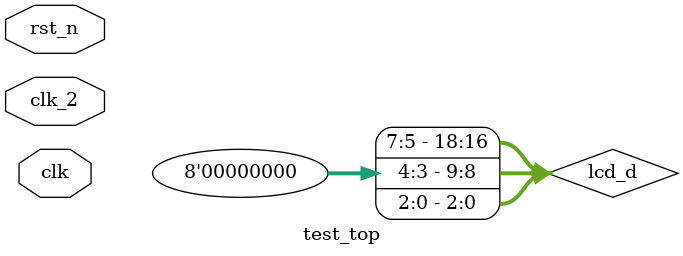
<source format=v>
`timescale 1ns / 1ps
/*
** -----------------------------------------------------------------------------**
** test_top.v
**
** Copyright (C) 2010 WeiYue
**
** -----------------------------------------------------------------------------**
**  This file is part of FRFBC (FPGA Remote Framebuffer Controller)
**  FRFBC is free software - hardware description language (HDL) code.
** 
**  This program is free software: you can redistribute it and/or modify
**  it under the terms of the GNU General Public License as published by
**  the Free Software Foundation, either version 3 of the License, or
**  (at your option) any later version.
**
**  This program is distributed in the hope that it will be useful,
**  but WITHOUT ANY WARRANTY; without even the implied warranty of
**  MERCHANTABILITY or FITNESS FOR A PARTICULAR PURPOSE.  See the
**  GNU General Public License for more details.
**
**  You should have received a copy of the GNU General Public License
**  along with this program.  If not, see <http://www.gnu.org/licenses/>.
** -----------------------------------------------------------------------------**
**
*/
module test_top(
clk,
clk_2,
rst_n

    );
input clk;
input clk_2;
input rst_n;	 
	 
wire ddr_ckp;
wire ddr_ckn;
wire ddr_cke;
wire ddr_wen;
wire ddr_casn;
wire ddr_rasn;
wire [1:0] ddr_ba;
wire [11:0] ddr_add;
wire [1:0] ddr_dm;
wire [15:0] ddr_dq;
wire [1:0]  ddr_dqs;	 
wire [23:0] lcd_d;
wire [10:0] cx;
wire [10:0] cy;
assign lcd_d = {cy[4:0],3'b0,cx[10:5],2'b0,cx[4:0],3'b0};
c902_ctrl_top c902_inst(
	.CLK_IN(clk),
	.RST_N(rst_n),
	.CLK_P(clk_2),
	.DATA_LCD_IN(lcd_d),
	.DE_LCD_IN(de_test),
	.VSYNC(vsync_test),
	.DDR_DQ(ddr_dq),
	.DDR_DQS(ddr_dqs),
	.DDR_CK_P(ddr_ckp),
	.DDR_CK_N(ddr_ckn),
	.DDR_CKE(ddr_cke),
	.DDR_WE_N(ddr_wen),
	.DDR_RAS_N(ddr_rasn),
	.DDR_CAS_N(ddr_casn),
	.DDR_CS_N(ddr_csn),
	.DDR_BA(ddr_ba),
	.DDR_ADDR(ddr_add),
	.DDR_DM(ddr_dm)
    );
	 
de_gen xsga_inst_test(     
     .xclk(clk_2),
     .vsync(vsync_test),
	  .hsync(hsync_test),
     .de(de_test),
	  .cnt_x(cx),
	  .cnt_y(cy)
     );
	  
ddr ddr_inst(
.Clk(ddr_ckp), 
.Clk_n(ddr_ckn), 
.Cke(ddr_cke), 
.Cs_n(ddr_csn), 
.Ras_n(ddr_rasn), 
.Cas_n(ddr_casn), 
.We_n(ddr_wen), 
.Ba(ddr_ba) , 
.Addr({1'b0,ddr_add}), 
.Dm(ddr_dm), 
.Dq(ddr_dq), 
.Dqs(ddr_dqs)
);

endmodule

</source>
